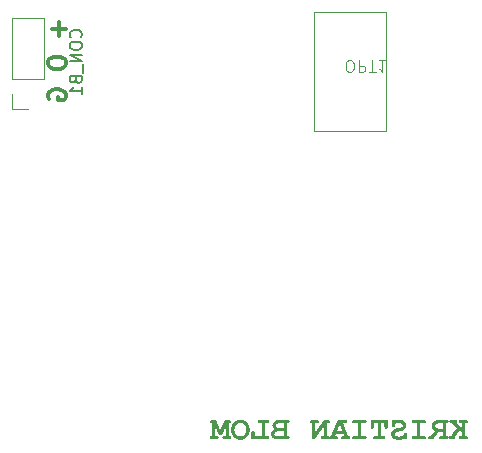
<source format=gbo>
G04 #@! TF.GenerationSoftware,KiCad,Pcbnew,7.0.8-7.0.8~ubuntu22.04.1*
G04 #@! TF.CreationDate,2024-01-26T15:42:25+01:00*
G04 #@! TF.ProjectId,hand_B,68616e64-5f42-42e6-9b69-6361645f7063,rev?*
G04 #@! TF.SameCoordinates,Original*
G04 #@! TF.FileFunction,Legend,Bot*
G04 #@! TF.FilePolarity,Positive*
%FSLAX46Y46*%
G04 Gerber Fmt 4.6, Leading zero omitted, Abs format (unit mm)*
G04 Created by KiCad (PCBNEW 7.0.8-7.0.8~ubuntu22.04.1) date 2024-01-26 15:42:25*
%MOMM*%
%LPD*%
G01*
G04 APERTURE LIST*
%ADD10C,0.400000*%
%ADD11C,0.300000*%
%ADD12C,0.150000*%
%ADD13C,0.100000*%
%ADD14C,0.120000*%
%ADD15C,2.700000*%
%ADD16R,1.700000X1.700000*%
%ADD17O,1.700000X1.700000*%
%ADD18C,1.524000*%
G04 APERTURE END LIST*
D10*
G36*
X112755687Y-67227165D02*
G01*
X112733209Y-67227714D01*
X112712181Y-67229363D01*
X112692604Y-67232110D01*
X112665956Y-67238293D01*
X112642572Y-67246948D01*
X112622450Y-67258077D01*
X112605592Y-67271678D01*
X112591996Y-67287752D01*
X112581664Y-67306299D01*
X112574594Y-67327319D01*
X112570787Y-67350812D01*
X112570062Y-67367848D01*
X112571694Y-67392990D01*
X112576588Y-67415659D01*
X112584745Y-67435855D01*
X112596166Y-67453578D01*
X112610849Y-67468828D01*
X112628795Y-67481605D01*
X112650004Y-67491909D01*
X112674476Y-67499740D01*
X112702211Y-67505098D01*
X112722514Y-67507296D01*
X112744267Y-67508395D01*
X112755687Y-67508532D01*
X112854361Y-67508532D01*
X112854361Y-67927653D01*
X112353175Y-67497297D01*
X112373668Y-67487947D01*
X112391429Y-67476750D01*
X112406458Y-67463706D01*
X112421401Y-67444804D01*
X112432075Y-67423015D01*
X112437540Y-67403506D01*
X112440272Y-67382150D01*
X112440614Y-67370779D01*
X112438982Y-67345114D01*
X112434088Y-67321973D01*
X112425930Y-67301356D01*
X112414510Y-67283264D01*
X112399827Y-67267696D01*
X112381881Y-67254653D01*
X112360672Y-67244135D01*
X112336200Y-67236140D01*
X112308465Y-67230671D01*
X112288162Y-67228427D01*
X112266409Y-67227305D01*
X112254989Y-67227165D01*
X111973621Y-67227165D01*
X111951143Y-67227714D01*
X111930116Y-67229363D01*
X111910538Y-67232110D01*
X111883891Y-67238293D01*
X111860506Y-67246948D01*
X111840385Y-67258077D01*
X111823526Y-67271678D01*
X111809931Y-67287752D01*
X111799598Y-67306299D01*
X111792529Y-67327319D01*
X111788722Y-67350812D01*
X111787997Y-67367848D01*
X111789529Y-67392990D01*
X111794128Y-67415659D01*
X111801791Y-67435855D01*
X111812520Y-67453578D01*
X111826315Y-67468828D01*
X111843175Y-67481605D01*
X111863100Y-67491909D01*
X111886091Y-67499740D01*
X111912147Y-67505098D01*
X111941269Y-67507983D01*
X111962386Y-67508532D01*
X112457222Y-67938888D01*
X112423423Y-67958246D01*
X112406728Y-67968980D01*
X112390170Y-67980417D01*
X112373748Y-67992557D01*
X112357462Y-68005400D01*
X112341313Y-68018947D01*
X112325300Y-68033196D01*
X112309424Y-68048149D01*
X112293684Y-68063805D01*
X112278081Y-68080164D01*
X112262614Y-68097226D01*
X112247283Y-68114992D01*
X112232089Y-68133460D01*
X112217032Y-68152632D01*
X112202110Y-68172506D01*
X112187326Y-68193084D01*
X112172677Y-68214366D01*
X112158165Y-68236350D01*
X112143790Y-68259037D01*
X112129551Y-68282428D01*
X112115448Y-68306521D01*
X112101482Y-68331318D01*
X112087652Y-68356818D01*
X112073959Y-68383021D01*
X112060402Y-68409928D01*
X112046981Y-68437537D01*
X112033697Y-68465850D01*
X112020550Y-68494866D01*
X112007539Y-68524584D01*
X111994664Y-68555007D01*
X111981926Y-68586132D01*
X111892044Y-68586132D01*
X111869507Y-68586681D01*
X111848424Y-68588330D01*
X111828795Y-68591078D01*
X111802077Y-68597260D01*
X111778632Y-68605915D01*
X111758457Y-68617044D01*
X111741554Y-68630645D01*
X111727923Y-68646719D01*
X111717563Y-68665266D01*
X111710475Y-68686287D01*
X111706658Y-68709780D01*
X111705931Y-68726816D01*
X111707567Y-68751957D01*
X111712474Y-68774626D01*
X111720653Y-68794822D01*
X111732103Y-68812545D01*
X111746825Y-68827795D01*
X111764818Y-68840572D01*
X111786083Y-68850876D01*
X111810620Y-68858707D01*
X111838428Y-68864065D01*
X111858784Y-68866263D01*
X111880594Y-68867362D01*
X111892044Y-68867500D01*
X112201256Y-68867500D01*
X112207451Y-68848797D01*
X112220015Y-68812020D01*
X112232807Y-68776078D01*
X112245828Y-68740972D01*
X112259078Y-68706701D01*
X112272557Y-68673267D01*
X112286265Y-68640668D01*
X112300203Y-68608905D01*
X112314369Y-68577978D01*
X112328764Y-68547886D01*
X112343388Y-68518631D01*
X112358241Y-68490211D01*
X112373323Y-68462626D01*
X112388634Y-68435878D01*
X112404174Y-68409965D01*
X112419943Y-68384889D01*
X112427913Y-68372663D01*
X112443917Y-68348966D01*
X112459932Y-68326479D01*
X112475958Y-68305201D01*
X112491996Y-68285133D01*
X112508046Y-68266275D01*
X112524106Y-68248626D01*
X112540179Y-68232188D01*
X112556263Y-68216959D01*
X112572358Y-68202940D01*
X112588464Y-68190130D01*
X112604583Y-68178530D01*
X112628781Y-68163399D01*
X112653006Y-68150990D01*
X112677256Y-68141303D01*
X112685345Y-68138679D01*
X112854361Y-68282294D01*
X112854361Y-68586132D01*
X112755687Y-68586132D01*
X112733209Y-68586681D01*
X112712181Y-68588330D01*
X112692604Y-68591078D01*
X112665956Y-68597260D01*
X112642572Y-68605915D01*
X112622450Y-68617044D01*
X112605592Y-68630645D01*
X112591996Y-68646719D01*
X112581664Y-68665266D01*
X112574594Y-68686287D01*
X112570787Y-68709780D01*
X112570062Y-68726816D01*
X112571694Y-68751957D01*
X112576588Y-68774626D01*
X112584745Y-68794822D01*
X112596166Y-68812545D01*
X112610849Y-68827795D01*
X112628795Y-68840572D01*
X112650004Y-68850876D01*
X112674476Y-68858707D01*
X112702211Y-68864065D01*
X112722514Y-68866263D01*
X112744267Y-68867362D01*
X112755687Y-68867500D01*
X113177739Y-68867500D01*
X113200216Y-68866950D01*
X113221244Y-68865301D01*
X113240822Y-68862554D01*
X113267469Y-68856371D01*
X113290853Y-68847716D01*
X113310975Y-68836588D01*
X113327833Y-68822986D01*
X113341429Y-68806912D01*
X113351762Y-68788365D01*
X113358831Y-68767345D01*
X113362638Y-68743852D01*
X113363363Y-68726816D01*
X113361732Y-68701674D01*
X113356837Y-68679005D01*
X113348680Y-68658809D01*
X113337260Y-68641086D01*
X113322576Y-68625836D01*
X113304630Y-68613060D01*
X113283421Y-68602756D01*
X113258949Y-68594924D01*
X113231214Y-68589566D01*
X113210912Y-68587368D01*
X113189159Y-68586269D01*
X113177739Y-68586132D01*
X113135729Y-68586132D01*
X113135729Y-67508532D01*
X113177739Y-67508532D01*
X113200216Y-67507983D01*
X113221244Y-67506334D01*
X113240822Y-67503586D01*
X113267469Y-67497404D01*
X113290853Y-67488749D01*
X113310975Y-67477620D01*
X113327833Y-67464019D01*
X113341429Y-67447945D01*
X113351762Y-67429398D01*
X113358831Y-67408377D01*
X113362638Y-67384884D01*
X113363363Y-67367848D01*
X113362615Y-67348271D01*
X113359576Y-67326096D01*
X113354200Y-67306473D01*
X113344663Y-67286294D01*
X113331760Y-67269791D01*
X113315491Y-67256962D01*
X113296063Y-67246836D01*
X113277616Y-67239997D01*
X113257117Y-67234614D01*
X113234568Y-67230686D01*
X113215051Y-67228590D01*
X113194222Y-67227426D01*
X113177739Y-67227165D01*
X112755687Y-67227165D01*
G37*
G36*
X111544117Y-67227426D02*
G01*
X111564947Y-67228590D01*
X111584463Y-67230686D01*
X111607013Y-67234614D01*
X111627511Y-67239997D01*
X111645958Y-67246836D01*
X111665387Y-67256962D01*
X111681656Y-67269791D01*
X111694559Y-67286294D01*
X111704095Y-67306473D01*
X111709472Y-67326096D01*
X111712510Y-67348271D01*
X111713258Y-67367848D01*
X111712533Y-67384884D01*
X111708727Y-67408377D01*
X111701657Y-67429398D01*
X111691324Y-67447945D01*
X111677729Y-67464019D01*
X111660870Y-67477620D01*
X111640749Y-67488749D01*
X111617364Y-67497404D01*
X111590717Y-67503586D01*
X111571140Y-67506334D01*
X111550112Y-67507983D01*
X111527634Y-67508532D01*
X111485136Y-67508532D01*
X111485136Y-68586132D01*
X111527634Y-68586132D01*
X111539054Y-68586269D01*
X111560807Y-68587368D01*
X111581110Y-68589566D01*
X111608845Y-68594924D01*
X111633317Y-68602756D01*
X111654526Y-68613060D01*
X111672472Y-68625836D01*
X111687155Y-68641086D01*
X111698575Y-68658809D01*
X111706733Y-68679005D01*
X111711627Y-68701674D01*
X111713258Y-68726816D01*
X111712533Y-68743852D01*
X111708727Y-68767345D01*
X111701657Y-68788365D01*
X111691324Y-68806912D01*
X111677729Y-68822986D01*
X111660870Y-68836588D01*
X111640749Y-68847716D01*
X111617364Y-68856371D01*
X111590717Y-68862554D01*
X111571140Y-68865301D01*
X111550112Y-68866950D01*
X111527634Y-68867500D01*
X111105582Y-68867500D01*
X111094132Y-68867362D01*
X111072322Y-68866263D01*
X111051966Y-68864065D01*
X111024158Y-68858707D01*
X110999621Y-68850876D01*
X110978356Y-68840572D01*
X110960363Y-68827795D01*
X110945641Y-68812545D01*
X110934191Y-68794822D01*
X110926012Y-68774626D01*
X110921105Y-68751957D01*
X110919469Y-68726816D01*
X110920196Y-68709780D01*
X110924013Y-68686287D01*
X110931101Y-68665266D01*
X110941461Y-68646719D01*
X110955092Y-68630645D01*
X110971995Y-68617044D01*
X110992170Y-68605915D01*
X111015615Y-68597260D01*
X111042333Y-68591078D01*
X111061962Y-68588330D01*
X111083045Y-68586681D01*
X111105582Y-68586132D01*
X111203768Y-68586132D01*
X111203768Y-68242726D01*
X110933635Y-68242726D01*
X110922120Y-68247275D01*
X110903794Y-68256503D01*
X110884207Y-68268616D01*
X110863357Y-68283614D01*
X110841245Y-68301497D01*
X110825802Y-68315022D01*
X110809798Y-68329829D01*
X110793234Y-68345919D01*
X110776108Y-68363291D01*
X110758422Y-68381945D01*
X110740174Y-68401881D01*
X110721365Y-68423100D01*
X110701996Y-68445601D01*
X110682065Y-68469384D01*
X110662020Y-68493837D01*
X110642429Y-68518347D01*
X110623292Y-68542914D01*
X110604610Y-68567539D01*
X110586381Y-68592221D01*
X110568607Y-68616960D01*
X110551286Y-68641756D01*
X110534420Y-68666610D01*
X110518008Y-68691521D01*
X110502050Y-68716489D01*
X110486547Y-68741514D01*
X110471497Y-68766597D01*
X110456902Y-68791737D01*
X110442761Y-68816934D01*
X110429073Y-68842188D01*
X110415840Y-68867500D01*
X110193579Y-68867500D01*
X110182159Y-68867362D01*
X110160406Y-68866263D01*
X110140104Y-68864065D01*
X110112369Y-68858707D01*
X110087897Y-68850876D01*
X110066688Y-68840572D01*
X110048741Y-68827795D01*
X110034058Y-68812545D01*
X110022638Y-68794822D01*
X110014481Y-68774626D01*
X110009586Y-68751957D01*
X110007955Y-68726816D01*
X110008680Y-68709780D01*
X110012487Y-68686287D01*
X110019556Y-68665266D01*
X110029889Y-68646719D01*
X110043485Y-68630645D01*
X110060343Y-68617044D01*
X110080464Y-68605915D01*
X110103849Y-68597260D01*
X110130496Y-68591078D01*
X110150074Y-68588330D01*
X110171101Y-68586681D01*
X110193579Y-68586132D01*
X110230216Y-68586132D01*
X110240973Y-68569175D01*
X110251751Y-68552440D01*
X110262550Y-68535924D01*
X110273370Y-68519629D01*
X110295074Y-68487700D01*
X110316861Y-68456653D01*
X110338732Y-68426487D01*
X110360687Y-68397202D01*
X110382726Y-68368799D01*
X110404849Y-68341278D01*
X110427056Y-68314639D01*
X110449347Y-68288881D01*
X110471722Y-68264004D01*
X110494181Y-68240009D01*
X110516724Y-68216896D01*
X110539351Y-68194664D01*
X110562062Y-68173314D01*
X110584856Y-68152845D01*
X110566163Y-68142374D01*
X110548064Y-68131722D01*
X110530557Y-68120888D01*
X110513644Y-68109873D01*
X110481599Y-68087300D01*
X110451927Y-68064002D01*
X110424629Y-68039978D01*
X110399705Y-68015229D01*
X110377155Y-67989756D01*
X110356978Y-67963557D01*
X110339175Y-67936633D01*
X110323746Y-67908984D01*
X110310690Y-67880610D01*
X110300008Y-67851510D01*
X110291700Y-67821686D01*
X110285766Y-67791137D01*
X110282205Y-67759862D01*
X110281018Y-67727862D01*
X110281222Y-67719558D01*
X110578995Y-67719558D01*
X110579109Y-67726027D01*
X110581857Y-67751214D01*
X110588268Y-67775303D01*
X110598343Y-67798292D01*
X110612082Y-67820182D01*
X110624790Y-67835879D01*
X110639559Y-67850957D01*
X110656389Y-67865417D01*
X110675280Y-67879259D01*
X110696231Y-67892482D01*
X110711059Y-67900823D01*
X110734182Y-67912324D01*
X110758360Y-67922616D01*
X110783595Y-67931696D01*
X110809886Y-67939566D01*
X110837233Y-67946225D01*
X110865636Y-67951673D01*
X110885159Y-67954632D01*
X110905150Y-67957054D01*
X110925611Y-67958937D01*
X110946542Y-67960282D01*
X110967942Y-67961089D01*
X110989811Y-67961359D01*
X111203768Y-67961359D01*
X111203768Y-67508532D01*
X110888695Y-67508532D01*
X110872027Y-67508769D01*
X110847719Y-67510011D01*
X110824245Y-67512318D01*
X110801603Y-67515690D01*
X110779795Y-67520126D01*
X110758819Y-67525627D01*
X110738676Y-67532193D01*
X110719366Y-67539824D01*
X110700889Y-67548519D01*
X110683245Y-67558280D01*
X110666434Y-67569105D01*
X110645940Y-67584706D01*
X110628179Y-67601222D01*
X110613150Y-67618655D01*
X110600854Y-67637004D01*
X110591291Y-67656269D01*
X110584460Y-67676449D01*
X110580361Y-67697546D01*
X110578995Y-67719558D01*
X110281222Y-67719558D01*
X110281694Y-67700404D01*
X110283720Y-67673595D01*
X110287098Y-67647434D01*
X110291826Y-67621922D01*
X110297905Y-67597059D01*
X110305336Y-67572844D01*
X110314117Y-67549279D01*
X110324249Y-67526362D01*
X110335733Y-67504094D01*
X110348567Y-67482475D01*
X110362752Y-67461504D01*
X110378288Y-67441182D01*
X110395175Y-67421509D01*
X110413413Y-67402485D01*
X110433002Y-67384110D01*
X110453942Y-67366383D01*
X110475949Y-67349524D01*
X110498738Y-67333754D01*
X110522309Y-67319070D01*
X110546663Y-67305475D01*
X110571799Y-67292967D01*
X110597717Y-67281547D01*
X110624418Y-67271214D01*
X110651901Y-67261969D01*
X110680166Y-67253812D01*
X110709214Y-67246742D01*
X110739044Y-67240760D01*
X110769657Y-67235866D01*
X110801051Y-67232059D01*
X110833229Y-67229340D01*
X110866188Y-67227708D01*
X110899930Y-67227165D01*
X111527634Y-67227165D01*
X111544117Y-67227426D01*
G37*
G36*
X108774040Y-68586132D02*
G01*
X108752226Y-68586597D01*
X108731725Y-68587994D01*
X108707945Y-68591050D01*
X108686216Y-68595560D01*
X108666538Y-68601525D01*
X108645632Y-68610604D01*
X108636287Y-68615929D01*
X108620018Y-68628758D01*
X108607115Y-68645261D01*
X108597578Y-68665440D01*
X108592202Y-68685063D01*
X108589163Y-68707238D01*
X108588415Y-68726816D01*
X108590047Y-68751957D01*
X108594941Y-68774626D01*
X108603099Y-68794822D01*
X108614519Y-68812545D01*
X108629202Y-68827795D01*
X108647148Y-68840572D01*
X108668357Y-68850876D01*
X108692829Y-68858707D01*
X108720564Y-68864065D01*
X108740867Y-68866263D01*
X108762620Y-68867362D01*
X108774040Y-68867500D01*
X109624005Y-68867500D01*
X109646483Y-68866950D01*
X109667511Y-68865301D01*
X109687088Y-68862554D01*
X109713736Y-68856371D01*
X109737120Y-68847716D01*
X109757241Y-68836588D01*
X109774100Y-68822986D01*
X109787695Y-68806912D01*
X109798028Y-68788365D01*
X109805098Y-68767345D01*
X109808905Y-68743852D01*
X109809630Y-68726816D01*
X109808882Y-68707238D01*
X109805843Y-68685063D01*
X109800467Y-68665440D01*
X109790930Y-68645261D01*
X109778027Y-68628758D01*
X109761758Y-68615929D01*
X109742329Y-68605803D01*
X109723882Y-68598965D01*
X109703384Y-68593581D01*
X109680834Y-68589653D01*
X109661318Y-68587558D01*
X109640489Y-68586394D01*
X109624005Y-68586132D01*
X109339706Y-68586132D01*
X109339706Y-67508532D01*
X109624005Y-67508532D01*
X109646483Y-67507983D01*
X109667511Y-67506334D01*
X109687088Y-67503586D01*
X109713736Y-67497404D01*
X109737120Y-67488749D01*
X109757241Y-67477620D01*
X109774100Y-67464019D01*
X109787695Y-67447945D01*
X109798028Y-67429398D01*
X109805098Y-67408377D01*
X109808905Y-67384884D01*
X109809630Y-67367848D01*
X109808882Y-67348271D01*
X109805843Y-67326096D01*
X109800467Y-67306473D01*
X109790930Y-67286294D01*
X109778027Y-67269791D01*
X109761758Y-67256962D01*
X109742329Y-67246836D01*
X109723882Y-67239997D01*
X109703384Y-67234614D01*
X109680834Y-67230686D01*
X109661318Y-67228590D01*
X109640489Y-67227426D01*
X109624005Y-67227165D01*
X108774040Y-67227165D01*
X108752226Y-67227630D01*
X108731725Y-67229027D01*
X108707945Y-67232082D01*
X108686216Y-67236593D01*
X108666538Y-67242558D01*
X108645632Y-67251637D01*
X108636287Y-67256962D01*
X108620018Y-67269791D01*
X108607115Y-67286294D01*
X108597578Y-67306473D01*
X108592202Y-67326096D01*
X108589163Y-67348271D01*
X108588415Y-67367848D01*
X108590047Y-67392990D01*
X108594941Y-67415659D01*
X108603099Y-67435855D01*
X108614519Y-67453578D01*
X108629202Y-67468828D01*
X108647148Y-67481605D01*
X108668357Y-67491909D01*
X108692829Y-67499740D01*
X108720564Y-67505098D01*
X108740867Y-67507296D01*
X108762620Y-67508395D01*
X108774040Y-67508532D01*
X109058339Y-67508532D01*
X109058339Y-68586132D01*
X108774040Y-68586132D01*
G37*
G36*
X107047732Y-67187597D02*
G01*
X107027620Y-67188345D01*
X107004991Y-67191384D01*
X106985154Y-67196760D01*
X106965032Y-67206297D01*
X106948930Y-67219200D01*
X106936845Y-67235469D01*
X106927715Y-67254898D01*
X106920473Y-67277280D01*
X106915882Y-67298189D01*
X106912602Y-67321148D01*
X106910923Y-67340993D01*
X106910084Y-67362151D01*
X106909979Y-67373222D01*
X106909979Y-67620884D01*
X106910517Y-67643717D01*
X106912131Y-67665077D01*
X106914821Y-67684963D01*
X106920875Y-67712031D01*
X106929350Y-67735785D01*
X106940247Y-67756224D01*
X106953564Y-67773349D01*
X106969304Y-67787159D01*
X106987465Y-67797655D01*
X107008047Y-67804836D01*
X107031051Y-67808703D01*
X107047732Y-67809439D01*
X107067939Y-67808581D01*
X107087600Y-67805772D01*
X107088764Y-67805532D01*
X107108333Y-67799450D01*
X107119539Y-67794296D01*
X107135577Y-67782365D01*
X107143475Y-67774269D01*
X107156383Y-67758883D01*
X107160572Y-67753264D01*
X107169266Y-67735220D01*
X107171807Y-67728351D01*
X107177512Y-67709073D01*
X107178646Y-67704415D01*
X107183205Y-67684400D01*
X107184508Y-67679014D01*
X107188228Y-67659551D01*
X107188415Y-67657520D01*
X107194537Y-67636905D01*
X107202887Y-67617312D01*
X107213466Y-67598742D01*
X107226273Y-67581195D01*
X107241309Y-67564670D01*
X107258574Y-67549168D01*
X107278068Y-67534689D01*
X107299790Y-67521233D01*
X107317278Y-67511892D01*
X107335488Y-67503470D01*
X107354418Y-67495967D01*
X107374071Y-67489382D01*
X107394444Y-67483716D01*
X107415538Y-67478969D01*
X107437354Y-67475141D01*
X107459891Y-67472232D01*
X107483150Y-67470241D01*
X107507129Y-67469169D01*
X107523517Y-67468965D01*
X107547907Y-67469510D01*
X107571619Y-67471146D01*
X107594653Y-67473872D01*
X107617008Y-67477689D01*
X107638685Y-67482596D01*
X107659684Y-67488594D01*
X107680004Y-67495682D01*
X107699646Y-67503861D01*
X107718610Y-67513130D01*
X107736895Y-67523490D01*
X107748709Y-67531003D01*
X107765295Y-67542879D01*
X107784873Y-67559476D01*
X107801550Y-67576944D01*
X107815327Y-67595281D01*
X107826203Y-67614488D01*
X107834179Y-67634566D01*
X107839255Y-67655514D01*
X107841430Y-67677331D01*
X107841521Y-67682922D01*
X107840071Y-67706178D01*
X107835720Y-67728076D01*
X107828469Y-67748615D01*
X107818318Y-67767796D01*
X107805266Y-67785618D01*
X107789314Y-67802082D01*
X107770461Y-67817187D01*
X107748709Y-67830933D01*
X107730948Y-67840324D01*
X107712656Y-67849079D01*
X107693831Y-67857199D01*
X107674474Y-67864684D01*
X107654584Y-67871533D01*
X107634162Y-67877747D01*
X107613208Y-67883326D01*
X107591721Y-67888269D01*
X107569702Y-67892577D01*
X107547151Y-67896249D01*
X107531821Y-67898344D01*
X107508399Y-67901411D01*
X107484480Y-67904933D01*
X107460062Y-67908910D01*
X107435146Y-67913342D01*
X107409733Y-67918229D01*
X107383821Y-67923571D01*
X107357411Y-67929369D01*
X107330504Y-67935621D01*
X107303098Y-67942329D01*
X107275194Y-67949492D01*
X107256315Y-67954520D01*
X107228397Y-67962384D01*
X107201612Y-67970771D01*
X107175961Y-67979683D01*
X107151443Y-67989118D01*
X107128059Y-67999077D01*
X107105808Y-68009560D01*
X107084690Y-68020567D01*
X107064706Y-68032097D01*
X107045856Y-68044152D01*
X107028139Y-68056730D01*
X107016957Y-68065406D01*
X106996845Y-68082295D01*
X106978031Y-68099867D01*
X106960514Y-68118122D01*
X106944295Y-68137061D01*
X106929373Y-68156682D01*
X106915749Y-68176987D01*
X106903422Y-68197975D01*
X106892393Y-68219645D01*
X106882662Y-68241999D01*
X106874228Y-68265036D01*
X106867091Y-68288757D01*
X106861252Y-68313160D01*
X106856711Y-68338246D01*
X106853467Y-68364016D01*
X106851521Y-68390468D01*
X106850872Y-68417604D01*
X106851564Y-68444692D01*
X106853642Y-68471124D01*
X106857106Y-68496899D01*
X106861954Y-68522018D01*
X106868188Y-68546480D01*
X106875807Y-68570286D01*
X106884812Y-68593436D01*
X106895202Y-68615929D01*
X106906977Y-68637766D01*
X106920138Y-68658947D01*
X106934683Y-68679471D01*
X106950614Y-68699338D01*
X106967931Y-68718550D01*
X106986633Y-68737104D01*
X107006720Y-68755003D01*
X107028192Y-68772245D01*
X107050796Y-68788571D01*
X107074278Y-68803844D01*
X107098637Y-68818063D01*
X107123874Y-68831229D01*
X107149989Y-68843342D01*
X107176982Y-68854402D01*
X107204852Y-68864408D01*
X107233600Y-68873361D01*
X107263226Y-68881261D01*
X107293730Y-68888107D01*
X107325111Y-68893901D01*
X107357370Y-68898640D01*
X107390507Y-68902327D01*
X107424522Y-68904960D01*
X107459414Y-68906540D01*
X107495184Y-68907067D01*
X107524263Y-68906638D01*
X107553123Y-68905350D01*
X107581767Y-68903203D01*
X107610192Y-68900198D01*
X107638400Y-68896334D01*
X107666391Y-68891611D01*
X107694164Y-68886030D01*
X107721720Y-68879590D01*
X107749058Y-68872291D01*
X107776178Y-68864134D01*
X107803081Y-68855118D01*
X107829767Y-68845243D01*
X107856235Y-68834510D01*
X107882485Y-68822918D01*
X107908518Y-68810467D01*
X107934333Y-68797158D01*
X107948377Y-68812957D01*
X107962421Y-68826650D01*
X107979976Y-68840804D01*
X107997531Y-68851666D01*
X108018597Y-68860355D01*
X108039663Y-68864305D01*
X108046685Y-68864569D01*
X108072350Y-68862937D01*
X108095491Y-68858043D01*
X108116108Y-68849885D01*
X108134200Y-68838465D01*
X108149768Y-68823782D01*
X108162811Y-68805836D01*
X108173329Y-68784627D01*
X108181324Y-68760155D01*
X108186793Y-68732420D01*
X108189037Y-68712117D01*
X108190159Y-68690364D01*
X108190300Y-68678944D01*
X108190300Y-68493319D01*
X108189819Y-68470841D01*
X108188376Y-68449814D01*
X108185972Y-68430236D01*
X108181614Y-68407803D01*
X108175754Y-68387637D01*
X108166738Y-68366428D01*
X108159525Y-68354101D01*
X108146136Y-68338330D01*
X108129414Y-68325822D01*
X108109362Y-68316577D01*
X108090106Y-68311366D01*
X108068537Y-68308420D01*
X108049616Y-68307695D01*
X108029703Y-68308662D01*
X108009881Y-68311868D01*
X108003210Y-68313557D01*
X107983914Y-68320396D01*
X107968039Y-68330165D01*
X107952766Y-68342990D01*
X107944103Y-68351170D01*
X107932542Y-68367148D01*
X107927494Y-68378037D01*
X107919771Y-68396470D01*
X107917236Y-68403438D01*
X107911359Y-68422459D01*
X107910397Y-68425908D01*
X107906001Y-68442517D01*
X107899620Y-68461217D01*
X107890247Y-68479214D01*
X107877882Y-68496510D01*
X107862526Y-68513103D01*
X107844177Y-68528994D01*
X107822836Y-68544183D01*
X107804867Y-68555114D01*
X107785215Y-68565650D01*
X107771179Y-68572454D01*
X107749253Y-68581970D01*
X107726889Y-68590549D01*
X107704087Y-68598193D01*
X107680847Y-68604900D01*
X107657169Y-68610672D01*
X107633054Y-68615508D01*
X107608500Y-68619407D01*
X107583509Y-68622371D01*
X107558079Y-68624399D01*
X107532212Y-68625491D01*
X107514724Y-68625699D01*
X107485674Y-68625154D01*
X107457508Y-68623518D01*
X107430227Y-68620792D01*
X107403830Y-68616975D01*
X107378318Y-68612068D01*
X107353690Y-68606070D01*
X107329946Y-68598982D01*
X107307087Y-68590803D01*
X107285112Y-68581534D01*
X107264022Y-68571174D01*
X107250453Y-68563661D01*
X107231335Y-68551785D01*
X107214097Y-68539418D01*
X107198740Y-68526563D01*
X107181189Y-68508660D01*
X107166981Y-68489888D01*
X107156116Y-68470246D01*
X107148594Y-68449733D01*
X107144415Y-68428350D01*
X107143475Y-68411742D01*
X107144772Y-68391150D01*
X107148665Y-68371625D01*
X107155153Y-68353170D01*
X107164235Y-68335783D01*
X107175913Y-68319464D01*
X107190186Y-68304214D01*
X107207054Y-68290033D01*
X107226517Y-68276920D01*
X107247675Y-68264754D01*
X107269626Y-68253656D01*
X107292371Y-68243627D01*
X107315910Y-68234666D01*
X107340243Y-68226774D01*
X107365369Y-68219951D01*
X107384735Y-68215534D01*
X107404547Y-68211719D01*
X107418004Y-68209509D01*
X107438659Y-68206158D01*
X107459958Y-68202514D01*
X107481901Y-68198578D01*
X107504489Y-68194351D01*
X107527720Y-68189832D01*
X107551595Y-68185020D01*
X107576114Y-68179917D01*
X107601277Y-68174521D01*
X107627085Y-68168834D01*
X107653536Y-68162855D01*
X107671528Y-68158707D01*
X107698132Y-68152175D01*
X107723723Y-68145403D01*
X107748301Y-68138391D01*
X107771866Y-68131138D01*
X107794417Y-68123645D01*
X107815955Y-68115911D01*
X107836480Y-68107937D01*
X107855992Y-68099722D01*
X107874491Y-68091267D01*
X107897579Y-68079620D01*
X107903070Y-68076641D01*
X107922733Y-68064727D01*
X107941607Y-68052066D01*
X107959690Y-68038658D01*
X107976984Y-68024503D01*
X107993488Y-68009601D01*
X108009201Y-67993952D01*
X108024125Y-67977555D01*
X108038258Y-67960412D01*
X108051602Y-67942522D01*
X108064156Y-67923884D01*
X108072086Y-67911045D01*
X108083173Y-67891302D01*
X108093169Y-67871277D01*
X108102075Y-67850968D01*
X108109890Y-67830376D01*
X108116615Y-67809500D01*
X108122249Y-67788341D01*
X108126793Y-67766899D01*
X108130246Y-67745173D01*
X108132609Y-67723164D01*
X108133881Y-67700872D01*
X108134124Y-67685853D01*
X108133443Y-67659389D01*
X108131399Y-67633485D01*
X108127993Y-67608143D01*
X108123224Y-67583362D01*
X108117094Y-67559142D01*
X108109600Y-67535483D01*
X108100744Y-67512385D01*
X108090526Y-67489848D01*
X108078946Y-67467872D01*
X108066003Y-67446456D01*
X108051697Y-67425602D01*
X108036030Y-67405309D01*
X108018999Y-67385577D01*
X108000607Y-67366406D01*
X107980852Y-67347796D01*
X107959734Y-67329747D01*
X107937537Y-67312533D01*
X107914664Y-67296430D01*
X107891115Y-67281438D01*
X107866892Y-67267556D01*
X107841992Y-67254785D01*
X107816417Y-67243124D01*
X107790167Y-67232574D01*
X107763241Y-67223135D01*
X107735640Y-67214805D01*
X107707363Y-67207587D01*
X107678410Y-67201479D01*
X107648783Y-67196482D01*
X107618479Y-67192595D01*
X107587501Y-67189818D01*
X107555846Y-67188152D01*
X107523517Y-67187597D01*
X107496671Y-67187960D01*
X107470356Y-67189047D01*
X107444571Y-67190860D01*
X107419316Y-67193398D01*
X107394593Y-67196661D01*
X107370399Y-67200649D01*
X107346736Y-67205362D01*
X107323604Y-67210800D01*
X107301002Y-67216964D01*
X107278930Y-67223852D01*
X107257389Y-67231466D01*
X107236379Y-67239804D01*
X107215898Y-67248868D01*
X107195949Y-67258657D01*
X107176530Y-67269170D01*
X107157641Y-67280409D01*
X107149214Y-67261628D01*
X107139384Y-67242711D01*
X107128148Y-67225041D01*
X107114105Y-67208879D01*
X107112700Y-67207625D01*
X107094885Y-67196222D01*
X107074583Y-67189964D01*
X107052966Y-67187675D01*
X107047732Y-67187597D01*
G37*
G36*
X105518771Y-68586132D02*
G01*
X105496234Y-68586681D01*
X105475151Y-68588330D01*
X105455522Y-68591078D01*
X105428805Y-68597260D01*
X105405359Y-68605915D01*
X105385184Y-68617044D01*
X105368281Y-68630645D01*
X105354650Y-68646719D01*
X105344290Y-68665266D01*
X105337202Y-68686287D01*
X105333385Y-68709780D01*
X105332658Y-68726816D01*
X105334294Y-68751957D01*
X105339201Y-68774626D01*
X105347380Y-68794822D01*
X105358830Y-68812545D01*
X105373552Y-68827795D01*
X105391546Y-68840572D01*
X105412810Y-68850876D01*
X105437347Y-68858707D01*
X105465155Y-68864065D01*
X105485511Y-68866263D01*
X105507321Y-68867362D01*
X105518771Y-68867500D01*
X106168457Y-68867500D01*
X106190935Y-68866950D01*
X106211963Y-68865301D01*
X106231541Y-68862554D01*
X106258188Y-68856371D01*
X106281572Y-68847716D01*
X106301694Y-68836588D01*
X106318552Y-68822986D01*
X106332148Y-68806912D01*
X106342480Y-68788365D01*
X106349550Y-68767345D01*
X106353357Y-68743852D01*
X106354082Y-68726816D01*
X106353334Y-68707238D01*
X106350295Y-68685063D01*
X106344919Y-68665440D01*
X106335382Y-68645261D01*
X106322479Y-68628758D01*
X106306210Y-68615929D01*
X106286781Y-68605803D01*
X106268334Y-68598965D01*
X106247836Y-68593581D01*
X106225287Y-68589653D01*
X106205770Y-68587558D01*
X106184941Y-68586394D01*
X106168457Y-68586132D01*
X105985764Y-68586132D01*
X105985764Y-67508532D01*
X106286671Y-67508532D01*
X106286671Y-67770361D01*
X106287220Y-67792839D01*
X106288869Y-67813866D01*
X106291617Y-67833444D01*
X106297799Y-67860091D01*
X106306454Y-67883476D01*
X106317583Y-67903597D01*
X106331184Y-67920455D01*
X106347258Y-67934051D01*
X106365806Y-67944384D01*
X106386826Y-67951453D01*
X106410319Y-67955260D01*
X106427355Y-67955985D01*
X106452496Y-67954354D01*
X106475165Y-67949459D01*
X106495361Y-67941302D01*
X106513084Y-67929882D01*
X106528334Y-67915199D01*
X106541111Y-67897252D01*
X106551415Y-67876043D01*
X106559246Y-67851571D01*
X106564604Y-67823836D01*
X106566802Y-67803534D01*
X106567901Y-67781781D01*
X106568039Y-67770361D01*
X106568039Y-67227165D01*
X105116259Y-67227165D01*
X105116259Y-67770361D01*
X105116725Y-67792175D01*
X105118121Y-67812676D01*
X105121177Y-67836456D01*
X105125687Y-67858185D01*
X105131653Y-67877863D01*
X105140732Y-67898768D01*
X105146057Y-67908114D01*
X105158885Y-67924382D01*
X105175389Y-67937285D01*
X105195567Y-67946822D01*
X105215190Y-67952198D01*
X105237365Y-67955237D01*
X105256943Y-67955985D01*
X105282085Y-67954354D01*
X105304754Y-67949459D01*
X105324949Y-67941302D01*
X105342672Y-67929882D01*
X105357922Y-67915199D01*
X105370699Y-67897252D01*
X105381003Y-67876043D01*
X105388834Y-67851571D01*
X105394192Y-67823836D01*
X105396390Y-67803534D01*
X105397489Y-67781781D01*
X105397627Y-67770361D01*
X105397627Y-67508532D01*
X105704396Y-67508532D01*
X105704396Y-68586132D01*
X105518771Y-68586132D01*
G37*
G36*
X103738729Y-68586132D02*
G01*
X103716915Y-68586597D01*
X103696414Y-68587994D01*
X103672634Y-68591050D01*
X103650905Y-68595560D01*
X103631227Y-68601525D01*
X103610322Y-68610604D01*
X103600976Y-68615929D01*
X103584708Y-68628758D01*
X103571805Y-68645261D01*
X103562268Y-68665440D01*
X103556892Y-68685063D01*
X103553853Y-68707238D01*
X103553105Y-68726816D01*
X103554736Y-68751957D01*
X103559631Y-68774626D01*
X103567788Y-68794822D01*
X103579208Y-68812545D01*
X103593892Y-68827795D01*
X103611838Y-68840572D01*
X103633047Y-68850876D01*
X103657519Y-68858707D01*
X103685254Y-68864065D01*
X103705556Y-68866263D01*
X103727309Y-68867362D01*
X103738729Y-68867500D01*
X104588695Y-68867500D01*
X104611173Y-68866950D01*
X104632200Y-68865301D01*
X104651778Y-68862554D01*
X104678425Y-68856371D01*
X104701810Y-68847716D01*
X104721931Y-68836588D01*
X104738789Y-68822986D01*
X104752385Y-68806912D01*
X104762718Y-68788365D01*
X104769787Y-68767345D01*
X104773594Y-68743852D01*
X104774319Y-68726816D01*
X104773571Y-68707238D01*
X104770532Y-68685063D01*
X104765156Y-68665440D01*
X104755619Y-68645261D01*
X104742716Y-68628758D01*
X104726448Y-68615929D01*
X104707019Y-68605803D01*
X104688572Y-68598965D01*
X104668073Y-68593581D01*
X104645524Y-68589653D01*
X104626007Y-68587558D01*
X104605178Y-68586394D01*
X104588695Y-68586132D01*
X104304396Y-68586132D01*
X104304396Y-67508532D01*
X104588695Y-67508532D01*
X104611173Y-67507983D01*
X104632200Y-67506334D01*
X104651778Y-67503586D01*
X104678425Y-67497404D01*
X104701810Y-67488749D01*
X104721931Y-67477620D01*
X104738789Y-67464019D01*
X104752385Y-67447945D01*
X104762718Y-67429398D01*
X104769787Y-67408377D01*
X104773594Y-67384884D01*
X104774319Y-67367848D01*
X104773571Y-67348271D01*
X104770532Y-67326096D01*
X104765156Y-67306473D01*
X104755619Y-67286294D01*
X104742716Y-67269791D01*
X104726448Y-67256962D01*
X104707019Y-67246836D01*
X104688572Y-67239997D01*
X104668073Y-67234614D01*
X104645524Y-67230686D01*
X104626007Y-67228590D01*
X104605178Y-67227426D01*
X104588695Y-67227165D01*
X103738729Y-67227165D01*
X103716915Y-67227630D01*
X103696414Y-67229027D01*
X103672634Y-67232082D01*
X103650905Y-67236593D01*
X103631227Y-67242558D01*
X103610322Y-67251637D01*
X103600976Y-67256962D01*
X103584708Y-67269791D01*
X103571805Y-67286294D01*
X103562268Y-67306473D01*
X103556892Y-67326096D01*
X103553853Y-67348271D01*
X103553105Y-67367848D01*
X103554736Y-67392990D01*
X103559631Y-67415659D01*
X103567788Y-67435855D01*
X103579208Y-67453578D01*
X103593892Y-67468828D01*
X103611838Y-67481605D01*
X103633047Y-67491909D01*
X103657519Y-67499740D01*
X103685254Y-67505098D01*
X103705556Y-67507296D01*
X103727309Y-67508395D01*
X103738729Y-67508532D01*
X104023028Y-67508532D01*
X104023028Y-68586132D01*
X103738729Y-68586132D01*
G37*
G36*
X102957529Y-67227414D02*
G01*
X102978415Y-67228520D01*
X102998035Y-67230512D01*
X103020778Y-67234248D01*
X103041541Y-67239366D01*
X103060324Y-67245868D01*
X103080251Y-67255497D01*
X103097018Y-67267930D01*
X103110315Y-67284348D01*
X103120144Y-67304750D01*
X103125685Y-67324795D01*
X103128817Y-67347607D01*
X103129588Y-67367848D01*
X103128851Y-67384884D01*
X103124984Y-67408377D01*
X103117803Y-67429398D01*
X103107307Y-67447945D01*
X103093497Y-67464019D01*
X103076372Y-67477620D01*
X103055933Y-67488749D01*
X103032180Y-67497404D01*
X103005112Y-67503586D01*
X102985225Y-67506334D01*
X102963865Y-67507983D01*
X102941032Y-67508532D01*
X102763712Y-67508532D01*
X103199930Y-68586132D01*
X103216426Y-68586381D01*
X103237313Y-68587487D01*
X103256932Y-68589480D01*
X103279675Y-68593215D01*
X103300438Y-68598333D01*
X103319221Y-68604835D01*
X103339148Y-68614464D01*
X103355915Y-68626897D01*
X103369213Y-68643315D01*
X103379042Y-68663717D01*
X103384583Y-68683762D01*
X103387714Y-68706574D01*
X103388485Y-68726816D01*
X103387760Y-68743852D01*
X103383953Y-68767345D01*
X103376884Y-68788365D01*
X103366551Y-68806912D01*
X103352955Y-68822986D01*
X103336097Y-68836588D01*
X103315976Y-68847716D01*
X103292591Y-68856371D01*
X103265944Y-68862554D01*
X103246366Y-68865301D01*
X103225339Y-68866950D01*
X103202861Y-68867500D01*
X102828681Y-68867500D01*
X102817260Y-68867362D01*
X102795507Y-68866263D01*
X102775205Y-68864065D01*
X102747470Y-68858707D01*
X102722998Y-68850876D01*
X102701789Y-68840572D01*
X102683843Y-68827795D01*
X102669159Y-68812545D01*
X102657739Y-68794822D01*
X102649582Y-68774626D01*
X102644687Y-68751957D01*
X102643056Y-68726816D01*
X102643781Y-68709780D01*
X102647588Y-68686287D01*
X102654658Y-68665266D01*
X102664990Y-68646719D01*
X102678586Y-68630645D01*
X102695444Y-68617044D01*
X102715566Y-68605915D01*
X102738950Y-68597260D01*
X102765597Y-68591078D01*
X102785175Y-68588330D01*
X102806203Y-68586681D01*
X102828681Y-68586132D01*
X102893161Y-68586132D01*
X102828681Y-68422978D01*
X102158967Y-68422978D01*
X102093998Y-68586132D01*
X102158967Y-68586132D01*
X102175450Y-68586394D01*
X102196280Y-68587558D01*
X102215796Y-68589653D01*
X102238346Y-68593581D01*
X102258844Y-68598965D01*
X102277291Y-68605803D01*
X102296720Y-68615929D01*
X102312989Y-68628758D01*
X102325891Y-68645261D01*
X102335428Y-68665440D01*
X102340805Y-68685063D01*
X102343843Y-68707238D01*
X102344591Y-68726816D01*
X102343866Y-68743852D01*
X102340059Y-68767345D01*
X102332990Y-68788365D01*
X102322657Y-68806912D01*
X102309062Y-68822986D01*
X102292203Y-68836588D01*
X102272082Y-68847716D01*
X102248697Y-68856371D01*
X102222050Y-68862554D01*
X102202472Y-68865301D01*
X102181445Y-68866950D01*
X102158967Y-68867500D01*
X101767690Y-68867500D01*
X101756269Y-68867362D01*
X101734517Y-68866263D01*
X101714214Y-68864065D01*
X101686479Y-68858707D01*
X101662007Y-68850876D01*
X101640798Y-68840572D01*
X101622852Y-68827795D01*
X101608169Y-68812545D01*
X101596748Y-68794822D01*
X101588591Y-68774626D01*
X101583697Y-68751957D01*
X101582065Y-68726816D01*
X101582813Y-68709780D01*
X101586740Y-68686287D01*
X101594033Y-68665266D01*
X101604692Y-68646719D01*
X101618717Y-68630645D01*
X101636108Y-68617044D01*
X101656864Y-68605915D01*
X101680987Y-68597260D01*
X101708476Y-68591078D01*
X101728672Y-68588330D01*
X101750364Y-68586681D01*
X101773551Y-68586132D01*
X101956665Y-68141610D01*
X102274249Y-68141610D01*
X102715840Y-68141610D01*
X102493579Y-67601345D01*
X102274249Y-68141610D01*
X101956665Y-68141610D01*
X102333356Y-67227165D01*
X102941032Y-67227165D01*
X102957529Y-67227414D01*
G37*
G36*
X100170830Y-67227165D02*
G01*
X100148352Y-67227714D01*
X100127324Y-67229363D01*
X100107747Y-67232110D01*
X100081099Y-67238293D01*
X100057715Y-67246948D01*
X100037594Y-67258077D01*
X100020735Y-67271678D01*
X100007140Y-67287752D01*
X99996807Y-67306299D01*
X99989737Y-67327319D01*
X99985930Y-67350812D01*
X99985205Y-67367848D01*
X99986712Y-67392990D01*
X99991233Y-67415659D01*
X99998768Y-67435855D01*
X100009317Y-67453578D01*
X100022879Y-67468828D01*
X100039456Y-67481605D01*
X100059046Y-67491909D01*
X100081651Y-67499740D01*
X100107269Y-67505098D01*
X100135901Y-67507983D01*
X100156664Y-67508532D01*
X100156664Y-68867500D01*
X100435589Y-68867500D01*
X101164410Y-67759125D01*
X101164410Y-68586132D01*
X101065736Y-68586132D01*
X101043922Y-68586597D01*
X101023421Y-68587994D01*
X100999640Y-68591050D01*
X100977911Y-68595560D01*
X100958234Y-68601525D01*
X100937328Y-68610604D01*
X100927983Y-68615929D01*
X100911714Y-68628758D01*
X100898811Y-68645261D01*
X100889274Y-68665440D01*
X100883898Y-68685063D01*
X100880859Y-68707238D01*
X100880111Y-68726816D01*
X100881743Y-68751957D01*
X100886637Y-68774626D01*
X100894794Y-68794822D01*
X100906215Y-68812545D01*
X100920898Y-68827795D01*
X100938844Y-68840572D01*
X100960053Y-68850876D01*
X100984525Y-68858707D01*
X101012260Y-68864065D01*
X101032563Y-68866263D01*
X101054315Y-68867362D01*
X101065736Y-68867500D01*
X101428681Y-68867500D01*
X101451513Y-68866950D01*
X101472873Y-68865301D01*
X101492760Y-68862554D01*
X101519828Y-68856371D01*
X101543582Y-68847716D01*
X101564021Y-68836588D01*
X101581145Y-68822986D01*
X101594956Y-68806912D01*
X101605451Y-68788365D01*
X101612633Y-68767345D01*
X101616500Y-68743852D01*
X101617236Y-68726816D01*
X101615729Y-68701674D01*
X101611208Y-68679005D01*
X101603673Y-68658809D01*
X101593125Y-68641086D01*
X101579562Y-68625836D01*
X101562986Y-68613060D01*
X101543395Y-68602756D01*
X101520791Y-68594924D01*
X101495172Y-68589566D01*
X101466540Y-68586681D01*
X101445778Y-68586132D01*
X101445778Y-67508532D01*
X101487787Y-67508532D01*
X101510265Y-67507983D01*
X101531293Y-67506334D01*
X101550871Y-67503586D01*
X101577518Y-67497404D01*
X101600902Y-67488749D01*
X101621024Y-67477620D01*
X101637882Y-67464019D01*
X101651478Y-67447945D01*
X101661810Y-67429398D01*
X101668880Y-67408377D01*
X101672687Y-67384884D01*
X101673412Y-67367848D01*
X101672664Y-67348271D01*
X101669625Y-67326096D01*
X101664249Y-67306473D01*
X101654712Y-67286294D01*
X101641809Y-67269791D01*
X101625540Y-67256962D01*
X101606112Y-67246836D01*
X101587665Y-67239997D01*
X101567166Y-67234614D01*
X101544617Y-67230686D01*
X101525100Y-67228590D01*
X101504271Y-67227426D01*
X101487787Y-67227165D01*
X101164410Y-67227165D01*
X100438032Y-68330165D01*
X100438032Y-67508532D01*
X100536706Y-67508532D01*
X100559184Y-67507983D01*
X100580211Y-67506334D01*
X100599789Y-67503586D01*
X100626436Y-67497404D01*
X100649821Y-67488749D01*
X100669942Y-67477620D01*
X100686801Y-67464019D01*
X100700396Y-67447945D01*
X100710729Y-67429398D01*
X100717798Y-67408377D01*
X100721605Y-67384884D01*
X100722330Y-67367848D01*
X100721582Y-67348271D01*
X100718544Y-67326096D01*
X100713167Y-67306473D01*
X100703630Y-67286294D01*
X100690728Y-67269791D01*
X100674459Y-67256962D01*
X100655030Y-67246836D01*
X100636583Y-67239997D01*
X100616085Y-67234614D01*
X100593535Y-67230686D01*
X100574019Y-67228590D01*
X100553189Y-67227426D01*
X100536706Y-67227165D01*
X100170830Y-67227165D01*
G37*
G36*
X98082588Y-67227281D02*
G01*
X98103257Y-67228212D01*
X98127419Y-67230686D01*
X98149720Y-67234614D01*
X98170161Y-67239997D01*
X98188742Y-67246836D01*
X98208583Y-67256962D01*
X98225184Y-67269791D01*
X98238350Y-67286294D01*
X98248082Y-67306473D01*
X98253567Y-67326096D01*
X98256668Y-67348271D01*
X98257431Y-67367848D01*
X98256706Y-67384884D01*
X98252900Y-67408377D01*
X98245830Y-67429398D01*
X98235497Y-67447945D01*
X98221902Y-67464019D01*
X98205043Y-67477620D01*
X98184922Y-67488749D01*
X98161538Y-67497404D01*
X98134890Y-67503586D01*
X98115313Y-67506334D01*
X98094285Y-67507983D01*
X98071807Y-67508532D01*
X98029797Y-67508532D01*
X98029797Y-68586132D01*
X98071807Y-68586132D01*
X98083227Y-68586269D01*
X98104980Y-68587368D01*
X98125283Y-68589566D01*
X98153018Y-68594924D01*
X98177490Y-68602756D01*
X98198699Y-68613060D01*
X98216645Y-68625836D01*
X98231328Y-68641086D01*
X98242748Y-68658809D01*
X98250906Y-68679005D01*
X98255800Y-68701674D01*
X98257431Y-68726816D01*
X98256706Y-68743852D01*
X98252900Y-68767345D01*
X98245830Y-68788365D01*
X98235497Y-68806912D01*
X98221902Y-68822986D01*
X98205043Y-68836588D01*
X98184922Y-68847716D01*
X98161538Y-68856371D01*
X98134890Y-68862554D01*
X98115313Y-68865301D01*
X98094285Y-68866950D01*
X98071807Y-68867500D01*
X97241870Y-68867500D01*
X97210931Y-68867017D01*
X97180763Y-68865568D01*
X97151366Y-68863155D01*
X97122740Y-68859775D01*
X97094885Y-68855430D01*
X97067801Y-68850120D01*
X97041488Y-68843844D01*
X97015945Y-68836603D01*
X96991174Y-68828396D01*
X96967173Y-68819223D01*
X96943943Y-68809085D01*
X96921484Y-68797982D01*
X96899796Y-68785913D01*
X96878879Y-68772878D01*
X96858733Y-68758878D01*
X96839357Y-68743913D01*
X96820961Y-68728096D01*
X96803751Y-68711665D01*
X96787729Y-68694619D01*
X96772893Y-68676960D01*
X96759244Y-68658685D01*
X96746782Y-68639796D01*
X96735507Y-68620293D01*
X96725418Y-68600176D01*
X96716517Y-68579444D01*
X96708802Y-68558097D01*
X96702274Y-68536136D01*
X96696933Y-68513561D01*
X96692779Y-68490371D01*
X96689812Y-68466567D01*
X96688032Y-68442149D01*
X96687844Y-68434213D01*
X96968806Y-68434213D01*
X96969928Y-68452609D01*
X96975819Y-68477978D01*
X96986758Y-68500677D01*
X97002746Y-68520706D01*
X97023784Y-68538064D01*
X97040614Y-68548152D01*
X97059687Y-68557053D01*
X97081005Y-68564768D01*
X97104567Y-68571296D01*
X97130373Y-68576637D01*
X97158423Y-68580791D01*
X97188716Y-68583758D01*
X97221254Y-68585538D01*
X97256036Y-68586132D01*
X97748429Y-68586132D01*
X97748429Y-68186550D01*
X97368387Y-68186550D01*
X97357191Y-68186617D01*
X97335213Y-68187147D01*
X97313788Y-68188208D01*
X97292917Y-68189800D01*
X97272599Y-68191921D01*
X97252834Y-68194574D01*
X97224225Y-68199547D01*
X97196861Y-68205713D01*
X97170742Y-68213074D01*
X97145867Y-68221627D01*
X97122238Y-68231375D01*
X97099854Y-68242316D01*
X97078715Y-68254450D01*
X97071953Y-68258707D01*
X97052955Y-68272005D01*
X97035890Y-68286093D01*
X97020756Y-68300971D01*
X97007554Y-68316638D01*
X96996284Y-68333096D01*
X96986946Y-68350344D01*
X96977500Y-68374570D01*
X96972670Y-68393661D01*
X96969772Y-68413542D01*
X96968806Y-68434213D01*
X96687844Y-68434213D01*
X96687438Y-68417116D01*
X96687730Y-68401042D01*
X96690062Y-68369538D01*
X96694725Y-68338894D01*
X96701720Y-68309107D01*
X96711047Y-68280180D01*
X96722706Y-68252111D01*
X96736697Y-68224901D01*
X96753019Y-68198549D01*
X96771673Y-68173057D01*
X96792659Y-68148422D01*
X96815976Y-68124647D01*
X96841626Y-68101730D01*
X96869607Y-68079672D01*
X96899920Y-68058472D01*
X96932564Y-68038131D01*
X96949761Y-68028283D01*
X96967541Y-68018649D01*
X96985903Y-68009230D01*
X96964431Y-67991845D01*
X96944344Y-67974128D01*
X96925642Y-67956079D01*
X96908326Y-67937698D01*
X96892394Y-67918984D01*
X96877849Y-67899939D01*
X96864688Y-67880562D01*
X96852913Y-67860853D01*
X96842523Y-67840811D01*
X96833519Y-67820438D01*
X96825899Y-67799733D01*
X96819665Y-67778695D01*
X96814817Y-67757326D01*
X96811354Y-67735625D01*
X96809276Y-67713591D01*
X96808583Y-67691226D01*
X96808643Y-67688784D01*
X97089951Y-67688784D01*
X97090043Y-67694703D01*
X97092252Y-67717704D01*
X97097408Y-67739621D01*
X97105510Y-67760454D01*
X97116558Y-67780203D01*
X97130553Y-67798869D01*
X97147493Y-67816450D01*
X97167380Y-67832948D01*
X97184228Y-67844610D01*
X97196238Y-67851945D01*
X97215097Y-67862060D01*
X97234970Y-67871111D01*
X97255855Y-67879096D01*
X97277754Y-67886017D01*
X97300666Y-67891873D01*
X97324592Y-67896665D01*
X97349530Y-67900391D01*
X97375482Y-67903053D01*
X97402447Y-67904650D01*
X97430425Y-67905183D01*
X97748429Y-67905183D01*
X97748429Y-67508532D01*
X97373761Y-67508532D01*
X97365573Y-67508579D01*
X97341666Y-67509280D01*
X97318747Y-67510823D01*
X97296815Y-67513207D01*
X97275871Y-67516433D01*
X97255914Y-67520500D01*
X97230841Y-67527232D01*
X97207523Y-67535460D01*
X97185961Y-67545184D01*
X97166154Y-67556404D01*
X97161466Y-67559432D01*
X97144201Y-67572258D01*
X97129318Y-67586230D01*
X97114062Y-67605304D01*
X97102527Y-67626167D01*
X97094713Y-67648819D01*
X97091141Y-67668229D01*
X97089951Y-67688784D01*
X96808643Y-67688784D01*
X96809193Y-67666517D01*
X96811025Y-67642339D01*
X96814078Y-67618692D01*
X96818353Y-67595574D01*
X96823848Y-67572988D01*
X96830565Y-67550931D01*
X96838503Y-67529406D01*
X96847662Y-67508410D01*
X96858042Y-67487945D01*
X96869644Y-67468011D01*
X96882466Y-67448607D01*
X96896510Y-67429733D01*
X96911775Y-67411390D01*
X96928262Y-67393578D01*
X96945969Y-67376296D01*
X96964898Y-67359544D01*
X96984703Y-67343514D01*
X97005160Y-67328518D01*
X97026270Y-67314556D01*
X97048032Y-67301628D01*
X97070447Y-67289735D01*
X97093515Y-67278875D01*
X97117235Y-67269050D01*
X97141608Y-67260259D01*
X97166633Y-67252503D01*
X97192311Y-67245780D01*
X97218642Y-67240092D01*
X97245625Y-67235438D01*
X97273261Y-67231819D01*
X97301549Y-67229233D01*
X97330490Y-67227682D01*
X97360083Y-67227165D01*
X98071807Y-67227165D01*
X98082588Y-67227281D01*
G37*
G36*
X95149685Y-68138679D02*
G01*
X95130108Y-68139427D01*
X95107933Y-68142466D01*
X95088310Y-68147842D01*
X95068131Y-68157379D01*
X95051628Y-68170282D01*
X95038799Y-68186550D01*
X95028673Y-68206082D01*
X95021834Y-68224773D01*
X95016451Y-68245657D01*
X95012523Y-68268736D01*
X95010427Y-68288779D01*
X95009263Y-68310227D01*
X95009002Y-68327234D01*
X95009002Y-68867500D01*
X96337194Y-68867500D01*
X96359672Y-68866950D01*
X96380700Y-68865301D01*
X96400278Y-68862554D01*
X96426925Y-68856371D01*
X96450309Y-68847716D01*
X96470431Y-68836588D01*
X96487289Y-68822986D01*
X96500885Y-68806912D01*
X96511217Y-68788365D01*
X96518287Y-68767345D01*
X96522094Y-68743852D01*
X96522819Y-68726816D01*
X96522071Y-68707238D01*
X96519032Y-68685063D01*
X96513656Y-68665440D01*
X96504119Y-68645261D01*
X96491216Y-68628758D01*
X96474947Y-68615929D01*
X96455518Y-68605803D01*
X96437071Y-68598965D01*
X96416573Y-68593581D01*
X96394024Y-68589653D01*
X96374507Y-68587558D01*
X96353678Y-68586394D01*
X96337194Y-68586132D01*
X96176482Y-68586132D01*
X96176482Y-67508532D01*
X96337194Y-67508532D01*
X96359672Y-67507983D01*
X96380700Y-67506334D01*
X96400278Y-67503586D01*
X96426925Y-67497404D01*
X96450309Y-67488749D01*
X96470431Y-67477620D01*
X96487289Y-67464019D01*
X96500885Y-67447945D01*
X96511217Y-67429398D01*
X96518287Y-67408377D01*
X96522094Y-67384884D01*
X96522819Y-67367848D01*
X96522071Y-67348271D01*
X96519032Y-67326096D01*
X96513656Y-67306473D01*
X96504119Y-67286294D01*
X96491216Y-67269791D01*
X96474947Y-67256962D01*
X96455518Y-67246836D01*
X96437071Y-67239997D01*
X96416573Y-67234614D01*
X96394024Y-67230686D01*
X96374507Y-67228590D01*
X96353678Y-67227426D01*
X96337194Y-67227165D01*
X95734891Y-67227165D01*
X95712413Y-67227714D01*
X95691386Y-67229363D01*
X95671808Y-67232110D01*
X95645161Y-67238293D01*
X95621776Y-67246948D01*
X95601655Y-67258077D01*
X95584796Y-67271678D01*
X95571201Y-67287752D01*
X95560868Y-67306299D01*
X95553799Y-67327319D01*
X95549992Y-67350812D01*
X95549267Y-67367848D01*
X95550898Y-67392990D01*
X95555793Y-67415659D01*
X95563950Y-67435855D01*
X95575370Y-67453578D01*
X95590053Y-67468828D01*
X95608000Y-67481605D01*
X95629209Y-67491909D01*
X95653681Y-67499740D01*
X95681416Y-67505098D01*
X95701718Y-67507296D01*
X95723471Y-67508395D01*
X95734891Y-67508532D01*
X95895115Y-67508532D01*
X95895115Y-68586132D01*
X95290369Y-68586132D01*
X95290369Y-68327234D01*
X95289820Y-68304401D01*
X95288171Y-68283042D01*
X95285423Y-68263155D01*
X95279241Y-68236087D01*
X95270586Y-68212333D01*
X95259457Y-68191894D01*
X95245856Y-68174770D01*
X95229782Y-68160959D01*
X95211235Y-68150464D01*
X95190215Y-68143282D01*
X95166721Y-68139415D01*
X95149685Y-68138679D01*
G37*
G36*
X94113212Y-67187843D02*
G01*
X94133152Y-67188582D01*
X94152913Y-67189813D01*
X94172493Y-67191536D01*
X94211112Y-67196459D01*
X94249009Y-67203351D01*
X94286186Y-67212212D01*
X94322641Y-67223043D01*
X94358375Y-67235843D01*
X94393387Y-67250612D01*
X94427679Y-67267350D01*
X94461249Y-67286058D01*
X94494098Y-67306734D01*
X94510251Y-67317811D01*
X94526225Y-67329380D01*
X94542018Y-67341442D01*
X94557631Y-67353995D01*
X94573064Y-67367041D01*
X94588316Y-67380580D01*
X94603388Y-67394610D01*
X94618280Y-67409133D01*
X94632991Y-67424148D01*
X94647522Y-67439656D01*
X94661707Y-67455480D01*
X94675442Y-67471505D01*
X94688727Y-67487731D01*
X94701561Y-67504159D01*
X94713945Y-67520788D01*
X94725878Y-67537618D01*
X94737362Y-67554650D01*
X94748394Y-67571883D01*
X94758977Y-67589317D01*
X94769109Y-67606953D01*
X94778791Y-67624790D01*
X94788023Y-67642828D01*
X94796804Y-67661067D01*
X94805135Y-67679508D01*
X94813016Y-67698150D01*
X94820446Y-67716994D01*
X94827426Y-67736038D01*
X94833956Y-67755284D01*
X94840035Y-67774732D01*
X94845664Y-67794380D01*
X94850843Y-67814230D01*
X94855571Y-67834282D01*
X94859849Y-67854534D01*
X94863677Y-67874988D01*
X94867055Y-67895643D01*
X94869982Y-67916500D01*
X94872458Y-67937558D01*
X94874485Y-67958817D01*
X94876061Y-67980277D01*
X94877187Y-68001939D01*
X94877862Y-68023802D01*
X94878087Y-68045867D01*
X94877864Y-68068112D01*
X94877193Y-68090151D01*
X94876074Y-68111984D01*
X94874508Y-68133611D01*
X94872494Y-68155032D01*
X94870033Y-68176246D01*
X94867125Y-68197255D01*
X94863769Y-68218058D01*
X94859965Y-68238654D01*
X94855714Y-68259045D01*
X94851016Y-68279229D01*
X94845870Y-68299207D01*
X94840277Y-68318980D01*
X94834236Y-68338546D01*
X94827748Y-68357906D01*
X94820812Y-68377060D01*
X94813429Y-68396008D01*
X94805599Y-68414750D01*
X94797321Y-68433285D01*
X94788595Y-68451615D01*
X94779422Y-68469739D01*
X94769802Y-68487656D01*
X94759734Y-68505367D01*
X94749219Y-68522873D01*
X94738256Y-68540172D01*
X94726846Y-68557265D01*
X94714988Y-68574152D01*
X94702683Y-68590833D01*
X94689930Y-68607308D01*
X94676730Y-68623577D01*
X94663083Y-68639640D01*
X94648988Y-68655497D01*
X94634544Y-68670974D01*
X94619911Y-68685960D01*
X94605090Y-68700455D01*
X94590079Y-68714458D01*
X94574880Y-68727971D01*
X94559492Y-68740991D01*
X94543915Y-68753521D01*
X94528148Y-68765559D01*
X94512194Y-68777105D01*
X94496050Y-68788161D01*
X94463195Y-68808797D01*
X94429585Y-68827468D01*
X94395219Y-68844174D01*
X94360098Y-68858915D01*
X94324221Y-68871690D01*
X94287588Y-68882499D01*
X94250200Y-68891344D01*
X94212056Y-68898223D01*
X94192701Y-68900925D01*
X94173157Y-68903136D01*
X94153424Y-68904856D01*
X94133502Y-68906084D01*
X94113391Y-68906821D01*
X94093091Y-68907067D01*
X94073119Y-68906822D01*
X94053321Y-68906088D01*
X94014246Y-68903151D01*
X93975866Y-68898257D01*
X93938180Y-68891405D01*
X93901189Y-68882595D01*
X93864892Y-68871827D01*
X93829290Y-68859102D01*
X93794382Y-68844419D01*
X93760169Y-68827778D01*
X93726650Y-68809179D01*
X93693826Y-68788622D01*
X93677675Y-68777610D01*
X93661697Y-68766108D01*
X93645893Y-68754117D01*
X93630262Y-68741636D01*
X93614805Y-68728666D01*
X93599522Y-68715206D01*
X93584412Y-68701257D01*
X93569476Y-68686819D01*
X93554714Y-68671891D01*
X93540125Y-68656474D01*
X93525850Y-68640719D01*
X93512028Y-68624777D01*
X93498659Y-68608650D01*
X93485743Y-68592337D01*
X93473280Y-68575838D01*
X93461271Y-68559152D01*
X93449715Y-68542281D01*
X93438612Y-68525224D01*
X93427962Y-68507980D01*
X93417765Y-68490551D01*
X93408022Y-68472935D01*
X93398731Y-68455134D01*
X93389894Y-68437146D01*
X93381510Y-68418972D01*
X93373580Y-68400613D01*
X93366102Y-68382067D01*
X93359078Y-68363335D01*
X93352507Y-68344417D01*
X93346389Y-68325313D01*
X93340724Y-68306023D01*
X93335512Y-68286547D01*
X93330754Y-68266885D01*
X93326448Y-68247037D01*
X93322596Y-68227003D01*
X93319197Y-68206783D01*
X93316252Y-68186377D01*
X93313759Y-68165785D01*
X93311720Y-68145006D01*
X93310134Y-68124042D01*
X93309001Y-68102892D01*
X93308321Y-68081555D01*
X93308094Y-68060033D01*
X93308153Y-68054171D01*
X93589462Y-68054171D01*
X93590046Y-68083106D01*
X93591798Y-68111537D01*
X93594717Y-68139465D01*
X93598804Y-68166889D01*
X93604059Y-68193809D01*
X93610482Y-68220225D01*
X93618073Y-68246138D01*
X93626831Y-68271547D01*
X93636758Y-68296452D01*
X93647851Y-68320853D01*
X93660113Y-68344751D01*
X93673543Y-68368145D01*
X93688140Y-68391035D01*
X93703905Y-68413422D01*
X93720838Y-68435304D01*
X93738939Y-68456683D01*
X93757782Y-68477150D01*
X93777064Y-68496296D01*
X93796784Y-68514122D01*
X93816944Y-68530628D01*
X93837542Y-68545813D01*
X93858580Y-68559677D01*
X93880056Y-68572221D01*
X93901971Y-68583445D01*
X93924325Y-68593348D01*
X93947118Y-68601931D01*
X93970349Y-68609194D01*
X93994020Y-68615136D01*
X94018129Y-68619757D01*
X94042678Y-68623058D01*
X94067665Y-68625039D01*
X94093091Y-68625699D01*
X94118868Y-68625035D01*
X94144176Y-68623043D01*
X94169014Y-68619723D01*
X94193383Y-68615075D01*
X94217283Y-68609098D01*
X94240713Y-68601794D01*
X94263674Y-68593161D01*
X94286165Y-68583201D01*
X94308187Y-68571912D01*
X94329739Y-68559296D01*
X94350822Y-68545351D01*
X94371436Y-68530078D01*
X94391580Y-68513477D01*
X94411255Y-68495548D01*
X94430461Y-68476291D01*
X94449197Y-68455706D01*
X94467061Y-68434127D01*
X94483773Y-68412009D01*
X94499332Y-68389354D01*
X94513738Y-68366161D01*
X94526992Y-68342429D01*
X94539094Y-68318159D01*
X94550043Y-68293351D01*
X94559839Y-68268005D01*
X94568483Y-68242121D01*
X94575974Y-68215699D01*
X94582313Y-68188739D01*
X94587500Y-68161241D01*
X94591533Y-68133204D01*
X94594415Y-68104630D01*
X94596143Y-68075517D01*
X94596720Y-68045867D01*
X94596138Y-68016573D01*
X94594392Y-67987798D01*
X94591482Y-67959542D01*
X94587408Y-67931805D01*
X94582170Y-67904587D01*
X94575768Y-67877889D01*
X94568202Y-67851709D01*
X94559473Y-67826048D01*
X94549579Y-67800906D01*
X94538521Y-67776284D01*
X94526299Y-67752180D01*
X94512914Y-67728595D01*
X94498364Y-67705529D01*
X94482651Y-67682983D01*
X94465773Y-67660955D01*
X94447732Y-67639446D01*
X94428829Y-67618802D01*
X94409492Y-67599490D01*
X94389720Y-67581509D01*
X94369513Y-67564861D01*
X94348870Y-67549544D01*
X94327793Y-67535559D01*
X94306281Y-67522906D01*
X94284333Y-67511585D01*
X94261950Y-67501596D01*
X94239133Y-67492939D01*
X94215880Y-67485614D01*
X94192192Y-67479620D01*
X94168070Y-67474958D01*
X94143512Y-67471629D01*
X94118519Y-67469631D01*
X94093091Y-67468965D01*
X94067316Y-67469637D01*
X94042014Y-67471652D01*
X94017185Y-67475010D01*
X93992829Y-67479712D01*
X93968947Y-67485757D01*
X93945538Y-67493145D01*
X93922602Y-67501877D01*
X93900139Y-67511952D01*
X93878150Y-67523370D01*
X93856633Y-67536132D01*
X93835590Y-67550237D01*
X93815020Y-67565685D01*
X93794924Y-67582477D01*
X93775300Y-67600612D01*
X93756150Y-67620090D01*
X93737473Y-67640912D01*
X93719550Y-67662619D01*
X93702783Y-67684876D01*
X93687173Y-67707682D01*
X93672718Y-67731038D01*
X93659421Y-67754943D01*
X93647279Y-67779398D01*
X93636294Y-67804402D01*
X93626465Y-67829956D01*
X93617792Y-67856059D01*
X93610276Y-67882712D01*
X93603916Y-67909915D01*
X93598713Y-67937667D01*
X93594666Y-67965969D01*
X93591775Y-67994820D01*
X93590040Y-68024221D01*
X93589462Y-68054171D01*
X93308153Y-68054171D01*
X93308354Y-68034191D01*
X93309132Y-68008688D01*
X93310430Y-67983525D01*
X93312247Y-67958702D01*
X93314582Y-67934219D01*
X93317437Y-67910075D01*
X93320810Y-67886271D01*
X93324703Y-67862807D01*
X93329115Y-67839682D01*
X93334045Y-67816897D01*
X93339495Y-67794451D01*
X93345464Y-67772345D01*
X93351951Y-67750579D01*
X93358958Y-67729152D01*
X93366484Y-67708065D01*
X93374528Y-67687318D01*
X93378678Y-67677102D01*
X93387142Y-67657109D01*
X93395828Y-67637699D01*
X93404735Y-67618873D01*
X93413864Y-67600631D01*
X93423214Y-67582973D01*
X93437654Y-67557581D01*
X93452592Y-67533503D01*
X93468028Y-67510738D01*
X93483962Y-67489287D01*
X93500394Y-67469150D01*
X93517324Y-67450327D01*
X93534752Y-67432817D01*
X93546624Y-67421643D01*
X93564762Y-67405340D01*
X93583295Y-67389586D01*
X93602223Y-67374382D01*
X93621546Y-67359727D01*
X93641264Y-67345622D01*
X93661376Y-67332067D01*
X93681884Y-67319061D01*
X93702787Y-67306605D01*
X93724085Y-67294698D01*
X93745778Y-67283340D01*
X93760245Y-67276112D01*
X93781474Y-67265871D01*
X93802137Y-67256352D01*
X93822232Y-67247553D01*
X93841761Y-67239476D01*
X93860723Y-67232120D01*
X93879119Y-67225485D01*
X93902765Y-67217761D01*
X93925403Y-67211319D01*
X93947034Y-67206160D01*
X93967695Y-67201809D01*
X93987670Y-67198039D01*
X94006957Y-67194848D01*
X94030101Y-67191676D01*
X94052171Y-67189410D01*
X94073167Y-67188050D01*
X94093091Y-67187597D01*
X94113212Y-67187843D01*
G37*
G36*
X92243196Y-68726816D02*
G01*
X92242448Y-68707238D01*
X92239409Y-68685063D01*
X92234033Y-68665440D01*
X92224496Y-68645261D01*
X92211593Y-68628758D01*
X92195324Y-68615929D01*
X92175878Y-68605803D01*
X92157391Y-68598965D01*
X92136828Y-68593581D01*
X92114190Y-68589653D01*
X92094586Y-68587558D01*
X92073653Y-68586394D01*
X92057083Y-68586132D01*
X91958897Y-68586132D01*
X91958897Y-67772803D01*
X92271039Y-68482084D01*
X92527006Y-68482084D01*
X92859176Y-67775734D01*
X92859176Y-68586132D01*
X92760502Y-68586132D01*
X92738024Y-68586597D01*
X92716996Y-68587994D01*
X92697419Y-68590322D01*
X92674986Y-68594541D01*
X92654819Y-68600216D01*
X92633610Y-68608946D01*
X92621284Y-68615929D01*
X92605513Y-68628758D01*
X92593005Y-68645261D01*
X92583760Y-68665440D01*
X92578548Y-68685063D01*
X92575602Y-68707238D01*
X92574877Y-68726816D01*
X92576509Y-68751957D01*
X92581403Y-68774626D01*
X92589561Y-68794822D01*
X92600981Y-68812545D01*
X92615664Y-68827795D01*
X92633610Y-68840572D01*
X92654819Y-68850876D01*
X92679291Y-68858707D01*
X92707026Y-68864065D01*
X92727329Y-68866263D01*
X92749082Y-68867362D01*
X92760502Y-68867500D01*
X93123935Y-68867500D01*
X93146709Y-68866950D01*
X93168014Y-68865301D01*
X93187849Y-68862554D01*
X93214847Y-68856371D01*
X93238539Y-68847716D01*
X93258925Y-68836588D01*
X93276005Y-68822986D01*
X93289780Y-68806912D01*
X93300248Y-68788365D01*
X93307411Y-68767345D01*
X93311268Y-68743852D01*
X93312002Y-68726816D01*
X93310495Y-68701674D01*
X93305974Y-68679005D01*
X93298440Y-68658809D01*
X93287891Y-68641086D01*
X93274328Y-68625836D01*
X93257752Y-68613060D01*
X93238161Y-68602756D01*
X93215557Y-68594924D01*
X93189939Y-68589566D01*
X93161306Y-68586681D01*
X93140544Y-68586132D01*
X93140544Y-67511463D01*
X93166733Y-67507794D01*
X93190346Y-67502098D01*
X93211384Y-67494376D01*
X93229845Y-67484627D01*
X93245730Y-67472852D01*
X93262904Y-67453999D01*
X93275498Y-67431544D01*
X93281938Y-67412339D01*
X93285802Y-67391107D01*
X93287090Y-67367848D01*
X93285698Y-67347280D01*
X93281525Y-67327709D01*
X93274570Y-67309133D01*
X93264833Y-67291553D01*
X93252314Y-67274969D01*
X93247522Y-67269663D01*
X93230709Y-67255220D01*
X93213682Y-67245467D01*
X93193911Y-67237789D01*
X93171397Y-67232186D01*
X93151411Y-67229198D01*
X93129670Y-67227538D01*
X93112212Y-67227165D01*
X92794696Y-67227165D01*
X92406350Y-68065406D01*
X92026308Y-67227165D01*
X91717096Y-67227165D01*
X91694559Y-67227714D01*
X91673476Y-67229363D01*
X91653847Y-67232110D01*
X91627130Y-67238293D01*
X91603684Y-67246948D01*
X91583509Y-67258077D01*
X91566607Y-67271678D01*
X91552975Y-67287752D01*
X91542616Y-67306299D01*
X91535527Y-67327319D01*
X91531710Y-67350812D01*
X91530983Y-67367848D01*
X91532271Y-67390583D01*
X91536135Y-67411343D01*
X91542575Y-67430127D01*
X91555169Y-67452102D01*
X91572343Y-67470565D01*
X91588228Y-67482108D01*
X91606689Y-67491677D01*
X91627727Y-67499270D01*
X91651340Y-67504889D01*
X91677529Y-67508532D01*
X91677529Y-68586132D01*
X91656767Y-68586681D01*
X91628134Y-68589566D01*
X91602516Y-68594924D01*
X91579912Y-68602756D01*
X91560321Y-68613060D01*
X91543745Y-68625836D01*
X91530182Y-68641086D01*
X91519633Y-68658809D01*
X91512099Y-68679005D01*
X91507578Y-68701674D01*
X91506071Y-68726816D01*
X91507702Y-68751957D01*
X91512597Y-68774626D01*
X91520754Y-68794822D01*
X91532174Y-68812545D01*
X91546857Y-68827795D01*
X91564803Y-68840572D01*
X91586013Y-68850876D01*
X91610484Y-68858707D01*
X91638219Y-68864065D01*
X91658522Y-68866263D01*
X91680275Y-68867362D01*
X91691695Y-68867500D01*
X92057083Y-68867500D01*
X92079620Y-68866950D01*
X92100703Y-68865301D01*
X92120332Y-68862554D01*
X92147049Y-68856371D01*
X92170495Y-68847716D01*
X92190670Y-68836588D01*
X92207572Y-68822986D01*
X92221204Y-68806912D01*
X92231564Y-68788365D01*
X92238652Y-68767345D01*
X92242469Y-68743852D01*
X92243196Y-68726816D01*
G37*
D11*
X78729400Y-33554510D02*
X78729400Y-34697368D01*
X79300828Y-34125939D02*
X78157971Y-34125939D01*
X77800828Y-36840225D02*
X77800828Y-37125939D01*
X77800828Y-37125939D02*
X77872257Y-37268796D01*
X77872257Y-37268796D02*
X78015114Y-37411653D01*
X78015114Y-37411653D02*
X78300828Y-37483082D01*
X78300828Y-37483082D02*
X78800828Y-37483082D01*
X78800828Y-37483082D02*
X79086542Y-37411653D01*
X79086542Y-37411653D02*
X79229400Y-37268796D01*
X79229400Y-37268796D02*
X79300828Y-37125939D01*
X79300828Y-37125939D02*
X79300828Y-36840225D01*
X79300828Y-36840225D02*
X79229400Y-36697368D01*
X79229400Y-36697368D02*
X79086542Y-36554510D01*
X79086542Y-36554510D02*
X78800828Y-36483082D01*
X78800828Y-36483082D02*
X78300828Y-36483082D01*
X78300828Y-36483082D02*
X78015114Y-36554510D01*
X78015114Y-36554510D02*
X77872257Y-36697368D01*
X77872257Y-36697368D02*
X77800828Y-36840225D01*
X77872257Y-40054511D02*
X77800828Y-39911654D01*
X77800828Y-39911654D02*
X77800828Y-39697368D01*
X77800828Y-39697368D02*
X77872257Y-39483082D01*
X77872257Y-39483082D02*
X78015114Y-39340225D01*
X78015114Y-39340225D02*
X78157971Y-39268796D01*
X78157971Y-39268796D02*
X78443685Y-39197368D01*
X78443685Y-39197368D02*
X78657971Y-39197368D01*
X78657971Y-39197368D02*
X78943685Y-39268796D01*
X78943685Y-39268796D02*
X79086542Y-39340225D01*
X79086542Y-39340225D02*
X79229400Y-39483082D01*
X79229400Y-39483082D02*
X79300828Y-39697368D01*
X79300828Y-39697368D02*
X79300828Y-39840225D01*
X79300828Y-39840225D02*
X79229400Y-40054511D01*
X79229400Y-40054511D02*
X79157971Y-40125939D01*
X79157971Y-40125939D02*
X78657971Y-40125939D01*
X78657971Y-40125939D02*
X78657971Y-39840225D01*
D12*
X80559580Y-34812261D02*
X80607200Y-34764642D01*
X80607200Y-34764642D02*
X80654819Y-34621785D01*
X80654819Y-34621785D02*
X80654819Y-34526547D01*
X80654819Y-34526547D02*
X80607200Y-34383690D01*
X80607200Y-34383690D02*
X80511961Y-34288452D01*
X80511961Y-34288452D02*
X80416723Y-34240833D01*
X80416723Y-34240833D02*
X80226247Y-34193214D01*
X80226247Y-34193214D02*
X80083390Y-34193214D01*
X80083390Y-34193214D02*
X79892914Y-34240833D01*
X79892914Y-34240833D02*
X79797676Y-34288452D01*
X79797676Y-34288452D02*
X79702438Y-34383690D01*
X79702438Y-34383690D02*
X79654819Y-34526547D01*
X79654819Y-34526547D02*
X79654819Y-34621785D01*
X79654819Y-34621785D02*
X79702438Y-34764642D01*
X79702438Y-34764642D02*
X79750057Y-34812261D01*
X79654819Y-35431309D02*
X79654819Y-35621785D01*
X79654819Y-35621785D02*
X79702438Y-35717023D01*
X79702438Y-35717023D02*
X79797676Y-35812261D01*
X79797676Y-35812261D02*
X79988152Y-35859880D01*
X79988152Y-35859880D02*
X80321485Y-35859880D01*
X80321485Y-35859880D02*
X80511961Y-35812261D01*
X80511961Y-35812261D02*
X80607200Y-35717023D01*
X80607200Y-35717023D02*
X80654819Y-35621785D01*
X80654819Y-35621785D02*
X80654819Y-35431309D01*
X80654819Y-35431309D02*
X80607200Y-35336071D01*
X80607200Y-35336071D02*
X80511961Y-35240833D01*
X80511961Y-35240833D02*
X80321485Y-35193214D01*
X80321485Y-35193214D02*
X79988152Y-35193214D01*
X79988152Y-35193214D02*
X79797676Y-35240833D01*
X79797676Y-35240833D02*
X79702438Y-35336071D01*
X79702438Y-35336071D02*
X79654819Y-35431309D01*
X80654819Y-36288452D02*
X79654819Y-36288452D01*
X79654819Y-36288452D02*
X80654819Y-36859880D01*
X80654819Y-36859880D02*
X79654819Y-36859880D01*
X80750057Y-37097976D02*
X80750057Y-37859880D01*
X80131009Y-38431309D02*
X80178628Y-38574166D01*
X80178628Y-38574166D02*
X80226247Y-38621785D01*
X80226247Y-38621785D02*
X80321485Y-38669404D01*
X80321485Y-38669404D02*
X80464342Y-38669404D01*
X80464342Y-38669404D02*
X80559580Y-38621785D01*
X80559580Y-38621785D02*
X80607200Y-38574166D01*
X80607200Y-38574166D02*
X80654819Y-38478928D01*
X80654819Y-38478928D02*
X80654819Y-38097976D01*
X80654819Y-38097976D02*
X79654819Y-38097976D01*
X79654819Y-38097976D02*
X79654819Y-38431309D01*
X79654819Y-38431309D02*
X79702438Y-38526547D01*
X79702438Y-38526547D02*
X79750057Y-38574166D01*
X79750057Y-38574166D02*
X79845295Y-38621785D01*
X79845295Y-38621785D02*
X79940533Y-38621785D01*
X79940533Y-38621785D02*
X80035771Y-38574166D01*
X80035771Y-38574166D02*
X80083390Y-38526547D01*
X80083390Y-38526547D02*
X80131009Y-38431309D01*
X80131009Y-38431309D02*
X80131009Y-38097976D01*
X80654819Y-39621785D02*
X80654819Y-39050357D01*
X80654819Y-39336071D02*
X79654819Y-39336071D01*
X79654819Y-39336071D02*
X79797676Y-39240833D01*
X79797676Y-39240833D02*
X79892914Y-39145595D01*
X79892914Y-39145595D02*
X79940533Y-39050357D01*
D13*
X103247619Y-37762580D02*
X103438095Y-37762580D01*
X103438095Y-37762580D02*
X103533333Y-37714961D01*
X103533333Y-37714961D02*
X103628571Y-37619723D01*
X103628571Y-37619723D02*
X103676190Y-37429247D01*
X103676190Y-37429247D02*
X103676190Y-37095914D01*
X103676190Y-37095914D02*
X103628571Y-36905438D01*
X103628571Y-36905438D02*
X103533333Y-36810200D01*
X103533333Y-36810200D02*
X103438095Y-36762580D01*
X103438095Y-36762580D02*
X103247619Y-36762580D01*
X103247619Y-36762580D02*
X103152381Y-36810200D01*
X103152381Y-36810200D02*
X103057143Y-36905438D01*
X103057143Y-36905438D02*
X103009524Y-37095914D01*
X103009524Y-37095914D02*
X103009524Y-37429247D01*
X103009524Y-37429247D02*
X103057143Y-37619723D01*
X103057143Y-37619723D02*
X103152381Y-37714961D01*
X103152381Y-37714961D02*
X103247619Y-37762580D01*
X104104762Y-36762580D02*
X104104762Y-37762580D01*
X104104762Y-37762580D02*
X104485714Y-37762580D01*
X104485714Y-37762580D02*
X104580952Y-37714961D01*
X104580952Y-37714961D02*
X104628571Y-37667342D01*
X104628571Y-37667342D02*
X104676190Y-37572104D01*
X104676190Y-37572104D02*
X104676190Y-37429247D01*
X104676190Y-37429247D02*
X104628571Y-37334009D01*
X104628571Y-37334009D02*
X104580952Y-37286390D01*
X104580952Y-37286390D02*
X104485714Y-37238771D01*
X104485714Y-37238771D02*
X104104762Y-37238771D01*
X104961905Y-37762580D02*
X105533333Y-37762580D01*
X105247619Y-36762580D02*
X105247619Y-37762580D01*
X106390476Y-36762580D02*
X105819048Y-36762580D01*
X106104762Y-36762580D02*
X106104762Y-37762580D01*
X106104762Y-37762580D02*
X106009524Y-37619723D01*
X106009524Y-37619723D02*
X105914286Y-37524485D01*
X105914286Y-37524485D02*
X105819048Y-37476866D01*
D14*
X74770000Y-33177500D02*
X77430000Y-33177500D01*
X74770000Y-38317500D02*
X74770000Y-33177500D01*
X74770000Y-38317500D02*
X77430000Y-38317500D01*
X74770000Y-39587500D02*
X74770000Y-40917500D01*
X74770000Y-40917500D02*
X76100000Y-40917500D01*
X77430000Y-38317500D02*
X77430000Y-33177500D01*
D13*
X100350000Y-42770000D02*
X106400000Y-42770000D01*
X106400000Y-42770000D02*
X106400000Y-32645000D01*
X106400000Y-32645000D02*
X100350000Y-32645000D01*
X100350000Y-32645000D02*
X100350000Y-42770000D01*
%LPC*%
D15*
X116000000Y-65982499D03*
X88500000Y-65982499D03*
D16*
X76100000Y-39587500D03*
D17*
X76100000Y-37047500D03*
X76100000Y-34507500D03*
D18*
X102160000Y-41800000D03*
X104700000Y-41800000D03*
X101525000Y-33595000D03*
X103425000Y-33595000D03*
X105325000Y-33595000D03*
%LPD*%
M02*

</source>
